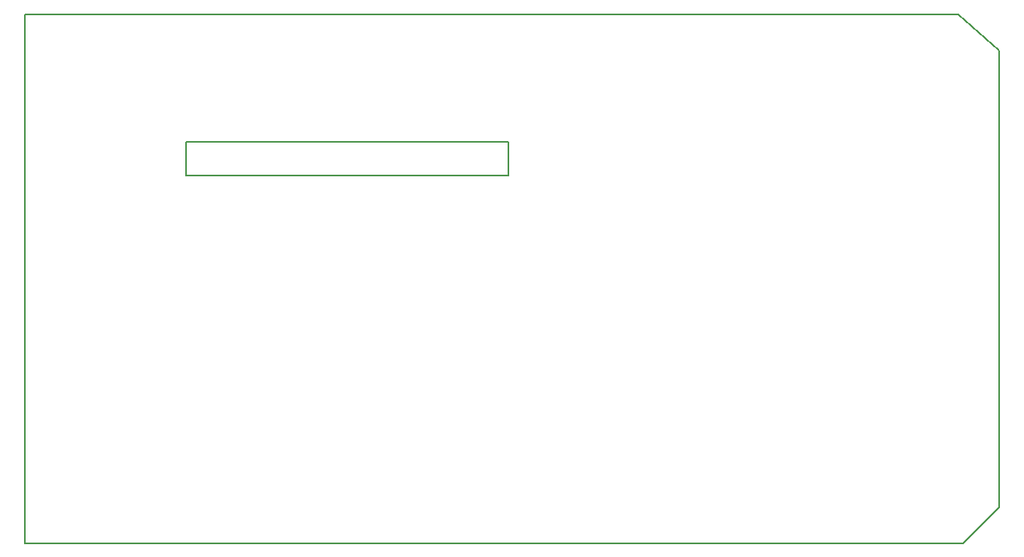
<source format=gm1>
G04 #@! TF.GenerationSoftware,KiCad,Pcbnew,(5.1.4)-1*
G04 #@! TF.CreationDate,2021-04-13T15:40:11+02:00*
G04 #@! TF.ProjectId,cSLIM-shield,63534c49-4d2d-4736-9869-656c642e6b69,rev?*
G04 #@! TF.SameCoordinates,Original*
G04 #@! TF.FileFunction,Profile,NP*
%FSLAX46Y46*%
G04 Gerber Fmt 4.6, Leading zero omitted, Abs format (unit mm)*
G04 Created by KiCad (PCBNEW (5.1.4)-1) date 2021-04-13 15:40:11*
%MOMM*%
%LPD*%
G04 APERTURE LIST*
%ADD10C,0.150000*%
G04 APERTURE END LIST*
D10*
X128016000Y-87503000D02*
X128016000Y-83947000D01*
X162052000Y-87503000D02*
X128016000Y-87503000D01*
X162052000Y-83947000D02*
X162052000Y-87503000D01*
X128016000Y-83947000D02*
X162052000Y-83947000D01*
X213868000Y-85725000D02*
X213868000Y-122555000D01*
X210058000Y-126365000D02*
X213868000Y-122555000D01*
X177038000Y-126365000D02*
X210058000Y-126365000D01*
X209550000Y-70485000D02*
X213868000Y-74295000D01*
X209550000Y-70485000D02*
X175514000Y-70485000D01*
X213868000Y-85725000D02*
X213868000Y-74295000D01*
X110998000Y-126365000D02*
X177038000Y-126365000D01*
X110998000Y-70485000D02*
X110998000Y-126365000D01*
X175514000Y-70485000D02*
X110998000Y-70485000D01*
M02*

</source>
